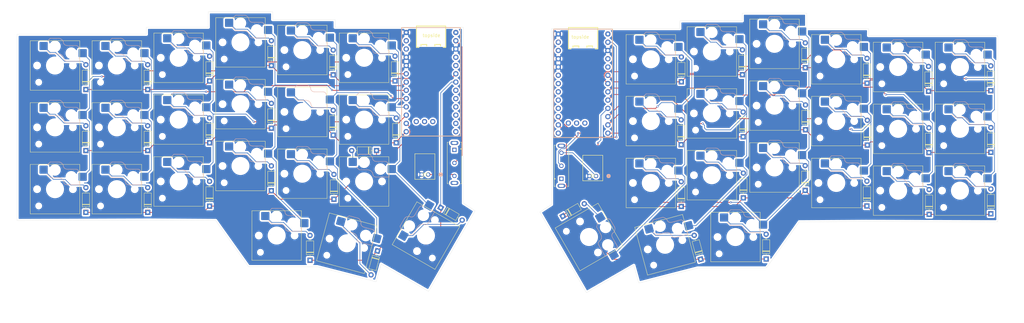
<source format=kicad_pcb>
(kicad_pcb
	(version 20241229)
	(generator "pcbnew")
	(generator_version "9.0")
	(general
		(thickness 1.6)
		(legacy_teardrops no)
	)
	(paper "User" 350 200)
	(title_block
		(title "Thyme: Split Keyboard PCB")
		(date "03/28/2025")
		(rev "1.17")
	)
	(layers
		(0 "F.Cu" signal)
		(2 "B.Cu" signal)
		(9 "F.Adhes" user "F.Adhesive")
		(11 "B.Adhes" user "B.Adhesive")
		(13 "F.Paste" user)
		(15 "B.Paste" user)
		(5 "F.SilkS" user "F.Silkscreen")
		(7 "B.SilkS" user "B.Silkscreen")
		(1 "F.Mask" user)
		(3 "B.Mask" user)
		(17 "Dwgs.User" user "User.Drawings")
		(19 "Cmts.User" user "User.Comments")
		(21 "Eco1.User" user "User.Eco1")
		(23 "Eco2.User" user "User.Eco2")
		(25 "Edge.Cuts" user)
		(27 "Margin" user)
		(31 "F.CrtYd" user "F.Courtyard")
		(29 "B.CrtYd" user "B.Courtyard")
		(35 "F.Fab" user)
		(33 "B.Fab" user)
		(39 "User.1" user)
		(41 "User.2" user)
		(43 "User.3" user)
		(45 "User.4" user)
	)
	(setup
		(pad_to_mask_clearance 0)
		(allow_soldermask_bridges_in_footprints no)
		(tenting front back)
		(grid_origin 219.99302 101.306238)
		(pcbplotparams
			(layerselection 0x00000000_00000000_55555555_55555551)
			(plot_on_all_layers_selection 0x00000000_00000000_00002a8a_aaaaaaaf)
			(disableapertmacros no)
			(usegerberextensions no)
			(usegerberattributes yes)
			(usegerberadvancedattributes yes)
			(creategerberjobfile yes)
			(dashed_line_dash_ratio 12.000000)
			(dashed_line_gap_ratio 3.000000)
			(svgprecision 4)
			(plotframeref yes)
			(mode 1)
			(useauxorigin no)
			(hpglpennumber 1)
			(hpglpenspeed 20)
			(hpglpendiameter 15.000000)
			(pdf_front_fp_property_popups yes)
			(pdf_back_fp_property_popups yes)
			(pdf_metadata yes)
			(pdf_single_document no)
			(dxfpolygonmode yes)
			(dxfimperialunits yes)
			(dxfusepcbnewfont yes)
			(psnegative no)
			(psa4output no)
			(plot_black_and_white no)
			(sketchpadsonfab no)
			(plotpadnumbers no)
			(hidednponfab no)
			(sketchdnponfab yes)
			(crossoutdnponfab yes)
			(subtractmaskfromsilk no)
			(outputformat 5)
			(mirror no)
			(drillshape 0)
			(scaleselection 1)
			(outputdirectory "../.github/images/")
		)
	)
	(net 0 "")
	(net 1 "L-ROW0")
	(net 2 "Net-(D1-A)")
	(net 3 "L-ROW1")
	(net 4 "Net-(D2-A)")
	(net 5 "L-ROW2")
	(net 6 "Net-(D3-A)")
	(net 7 "Net-(D4-A)")
	(net 8 "Net-(D5-A)")
	(net 9 "Net-(D6-A)")
	(net 10 "Net-(D7-A)")
	(net 11 "Net-(D8-A)")
	(net 12 "Net-(D9-A)")
	(net 13 "Net-(D10-A)")
	(net 14 "Net-(D11-A)")
	(net 15 "Net-(D12-A)")
	(net 16 "Net-(D13-A)")
	(net 17 "Net-(D14-A)")
	(net 18 "Net-(D15-A)")
	(net 19 "Net-(D16-A)")
	(net 20 "Net-(D17-A)")
	(net 21 "Net-(D18-A)")
	(net 22 "R-ROW0")
	(net 23 "Net-(D19-A)")
	(net 24 "Net-(D20-A)")
	(net 25 "R-ROW1")
	(net 26 "R-ROW2")
	(net 27 "Net-(D21-A)")
	(net 28 "Net-(D22-A)")
	(net 29 "Net-(D23-A)")
	(net 30 "Net-(D24-A)")
	(net 31 "Net-(D25-A)")
	(net 32 "Net-(D26-A)")
	(net 33 "Net-(D27-A)")
	(net 34 "Net-(D28-A)")
	(net 35 "Net-(D29-A)")
	(net 36 "Net-(D30-A)")
	(net 37 "Net-(D31-A)")
	(net 38 "Net-(D32-A)")
	(net 39 "Net-(D33-A)")
	(net 40 "Net-(D34-A)")
	(net 41 "Net-(D35-A)")
	(net 42 "Net-(D36-A)")
	(net 43 "Net-(D37-A)")
	(net 44 "Net-(D38-A)")
	(net 45 "Net-(D39-A)")
	(net 46 "Net-(D40-A)")
	(net 47 "Net-(D41-A)")
	(net 48 "Net-(D42-A)")
	(net 49 "L-COL0")
	(net 50 "L-COL1")
	(net 51 "L-COL2")
	(net 52 "L-COL3")
	(net 53 "L-COL4")
	(net 54 "L-COL5")
	(net 55 "R-COL0")
	(net 56 "R-COL1")
	(net 57 "R-COL2")
	(net 58 "R-COL3")
	(net 59 "R-COL4")
	(net 60 "R-COL5")
	(net 61 "unconnected-(U1-P1.15-LF-Pad20)")
	(net 62 "unconnected-(U1-RST-Pad15)")
	(net 63 "unconnected-(U1-P1.13-LF-Pad21)")
	(net 64 "unconnected-(U1-P1.02-LF-Pad26)")
	(net 65 "unconnected-(U1-P1.07-LF-Pad27)")
	(net 66 "LPOWER-GND")
	(net 67 "L-ROW3")
	(net 68 "R-ROW3")
	(net 69 "unconnected-(U1-P0.09-LF-Pad24)")
	(net 70 "unconnected-(U1-P1.01-LF-Pad25)")
	(net 71 "unconnected-(U1-P0.10-LF-Pad23)")
	(net 72 "unconnected-(U1-P0.02-LF-Pad19)")
	(net 73 "unconnected-(U1-P1.11-LF-Pad22)")
	(net 74 "unconnected-(U2-P1.07-LF-Pad27)")
	(net 75 "unconnected-(U2-P1.02-LF-Pad26)")
	(net 76 "unconnected-(U2-P1.01-LF-Pad25)")
	(net 77 "LPOWER-3.3V")
	(net 78 "RPOWER-GND")
	(net 79 "RPOWER-3.3V")
	(net 80 "unconnected-(U1-P0.08-Pad2)")
	(net 81 "unconnected-(U2-P0.06-Pad1)")
	(net 82 "LBATTERY_POSITIVE")
	(net 83 "RBATTERY_POSITIVE")
	(net 84 "unconnected-(U1-P0.06-Pad1)")
	(net 85 "unconnected-(U2-RST-Pad15)_1")
	(net 86 "unconnected-(U2-P0.08-Pad2)_1")
	(net 87 "unconnected-(U2-P1.06-LF-Pad12)")
	(net 88 "unconnected-(U2-P1.00-Pad9)")
	(net 89 "unconnected-(U2-P0.17-Pad5)")
	(net 90 "unconnected-(U2-P0.20-Pad6)")
	(net 91 "unconnected-(U2-P0.22-Pad7)")
	(net 92 "unconnected-(U2-P0.24-Pad8)")
	(net 93 "unconnected-(U2-BAT+-Pad29)")
	(net 94 "unconnected-(U1-BAT+-Pad29)")
	(net 95 "Net-(S1-Pad2)")
	(net 96 "unconnected-(S1-Pad1)")
	(net 97 "unconnected-(S2-Pad1)")
	(net 98 "Net-(S2-Pad2)")
	(footprint "PCM_Switch_Keyboard_Hotswap_Kailh:SW_Hotswap_Kailh_Choc_V1V2_1.00u" (layer "F.Cu") (at 314.99302 103.681238))
	(footprint "PCM_Switch_Keyboard_Hotswap_Kailh:SW_Hotswap_Kailh_Choc_V1V2_1.00u" (layer "F.Cu") (at 55.89257 84.223099))
	(footprint "PCM_Switch_Keyboard_Hotswap_Kailh:SW_Hotswap_Kailh_Choc_V1V2_1.00u" (layer "F.Cu") (at 150.89257 117.486239 60))
	(footprint "PCM_Switch_Keyboard_Hotswap_Kailh:SW_Hotswap_Kailh_Choc_V1V2_1.00u" (layer "F.Cu") (at 276.99302 63.306238))
	(footprint "PCM_Switch_Keyboard_Hotswap_Kailh:SW_Hotswap_Kailh_Choc_V1V2_1.00u" (layer "F.Cu") (at 112.89257 98.473099))
	(footprint "PCM_Switch_Keyboard_Hotswap_Kailh:SW_Hotswap_Kailh_Choc_V1V2_1.00u" (layer "F.Cu") (at 93.89257 96.098099))
	(footprint "libraries:SuperMini NRF52840" (layer "F.Cu") (at 191.56045 55.526769))
	(footprint "libraries:CONN_S2B-PH-K-S_JST" (layer "F.Cu") (at 151.56767 98.723099 180))
	(footprint "Diode_THT:D_DO-35_SOD27_P7.62mm_Horizontal" (layer "F.Cu") (at 46.39257 110.348099 90))
	(footprint "Diode_THT:D_DO-35_SOD27_P7.62mm_Horizontal" (layer "F.Cu") (at 229.34302 108.536238 90))
	(footprint "Diode_THT:D_DO-35_SOD27_P7.62mm_Horizontal" (layer "F.Cu") (at 267.47302 65.886238 90))
	(footprint "Diode_THT:D_DO-35_SOD27_P7.62mm_Horizontal" (layer "F.Cu") (at 135.995221 122.195883 -105))
	(footprint "Diode_THT:D_DO-35_SOD27_P7.62mm_Horizontal" (layer "F.Cu") (at 141.39257 69.973099 90))
	(footprint "Diode_THT:D_DO-35_SOD27_P7.62mm_Horizontal"
		(layer "F.Cu")
		(uuid "1cb4654a-59cd-4cd5-b692-a558710aebed")
		(at 286.40302 108.386238 90)
		(descr "Diode, DO-35_SOD27 series, Axial, Horizontal, pin pitch=7.62mm, , length*diameter=4*2mm^2, , http://www.diodes.com/_files/packages/DO-35.pdf")
		(tags "Diode 
... [1954825 chars truncated]
</source>
